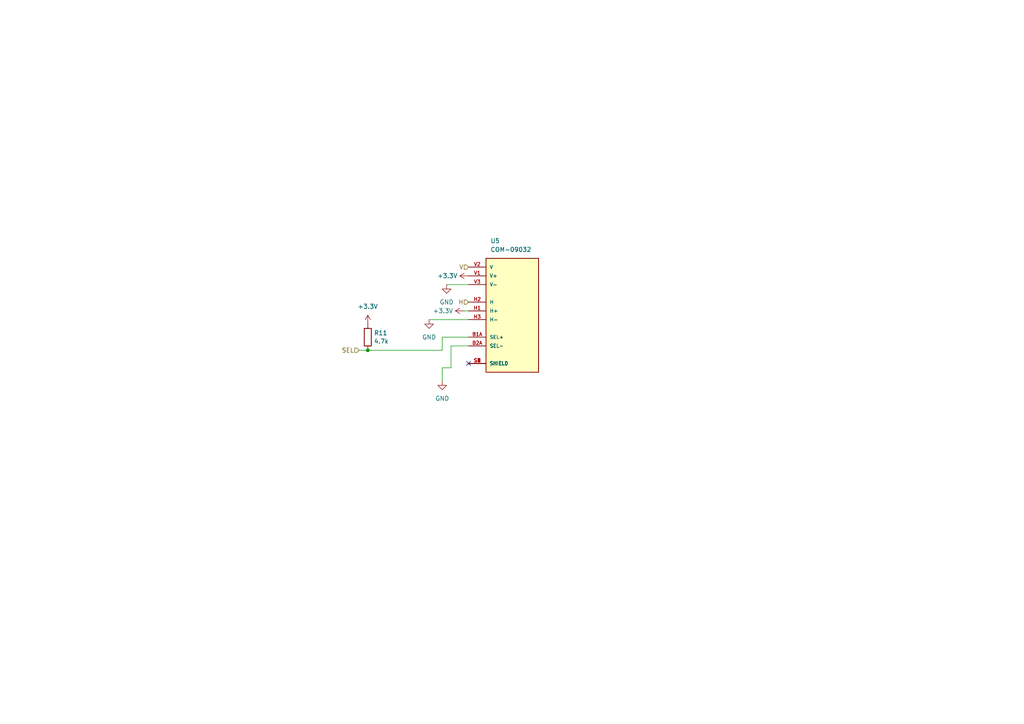
<source format=kicad_sch>
(kicad_sch (version 20231120) (generator "eeschema") (generator_version "8.0")
  (paper "A4")
  (lib_symbols
    (symbol "+3.3V_3" (power) (pin_names (offset 0))
      (property "Value" "+3.3V_3" (at 0 3.556 0))
      (symbol "+3.3V_3_0_1"
        (polyline (pts (xy -0.762 1.27) (xy 0 2.54)))
        (polyline (pts (xy 0 0) (xy 0 2.54)))
        (polyline (pts (xy 0 2.54) (xy 0.762 1.27)))
      )
      (symbol "+3.3V_3_1_1"
        (pin power_in line (at 0 0 90) (length 0) hide (name "+3.3V") (number "1"))
      )
    )
    (symbol "Device:R" (pin_numbers hide) (pin_names (offset 0))
      (property "Reference" "R" (at 2.032 0 90))
      (property "Value" "R" (at 0 0 90))
      (symbol "R_0_1"
        (rectangle (start -1.016 -2.54) (end 1.016 2.54) (stroke (width 0.254)))
      )
      (symbol "R_1_1"
        (pin passive line (at 0 3.81 270) (length 1.27) (name "~") (number "1"))
        (pin passive line (at 0 -3.81 90) (length 1.27) (name "~") (number "2"))
      )
    )
    (symbol "POT-COM-09032:COM-09032" (pin_names (offset 1.016))
      (property "Reference" "U" (at -7.62 16.002 0))
      (property "Value" "COM-09032" (at -7.62 -20.32 0))
      (symbol "COM-09032_0_0"
        (rectangle (start -7.62 -17.78) (end 7.62 15.24) (stroke (width 0.254)) (fill (type background)))
        (pin passive line (at -12.7 -7.62 0) (length 5.08) (name "SEL+") (number "B1A"))
        (pin passive line (at -12.7 -10.16 0) (length 5.08) (name "SEL-") (number "B2A"))
        (pin passive line (at -12.7 0 0) (length 5.08) (name "H+") (number "H1"))
        (pin passive line (at -12.7 2.54 0) (length 5.08) (name "H") (number "H2"))
        (pin passive line (at -12.7 -2.54 0) (length 5.08) (name "H-") (number "H3"))
        (pin passive line (at -12.7 -15.24 0) (length 5.08) (name "SHIELD") (number "S1"))
        (pin passive line (at -12.7 -15.24 0) (length 5.08) (name "SHIELD") (number "S2"))
        (pin passive line (at -12.7 -15.24 0) (length 5.08) (name "SHIELD") (number "S3"))
        (pin passive line (at -12.7 -15.24 0) (length 5.08) (name "SHIELD") (number "S4"))
        (pin passive line (at -12.7 10.16 0) (length 5.08) (name "V+") (number "V1"))
        (pin passive line (at -12.7 12.7 0) (length 5.08) (name "V") (number "V2"))
        (pin passive line (at -12.7 7.62 0) (length 5.08) (name "V-") (number "V3"))
      )
    )
    (symbol "power:GND" (power) (pin_names (offset 0))
      (property "Value" "GND" (at 0 -3.81 0))
      (symbol "GND_0_1"
        (polyline (pts (xy 0 0) (xy 0 -1.27) (xy 1.27 -1.27) (xy 0 -2.54) (xy -1.27 -1.27) (xy 0 -1.27)))
      )
      (symbol "GND_1_1"
        (pin power_in line (at 0 0 270) (length 0) hide (name "GND") (number "1"))
      )
    )
  )
  (junction (at 106.68 101.6))
  (no_connect (at 135.89 105.41))
  (wire (pts (xy 130.81 100.33) (xy 135.89 100.33)))
  (wire (pts (xy 106.68 101.6) (xy 128.27 101.6)))
  (wire (pts (xy 104.14 101.6) (xy 106.68 101.6)))
  (wire (pts (xy 124.46 92.71) (xy 135.89 92.71)))
  (wire (pts (xy 128.27 110.49) (xy 128.27 106.68)))
  (wire (pts (xy 130.81 106.68) (xy 130.81 100.33)))
  (wire (pts (xy 134.62 90.17) (xy 135.89 90.17)))
  (wire (pts (xy 128.27 101.6) (xy 128.27 97.79)))
  (wire (pts (xy 128.27 106.68) (xy 130.81 106.68)))
  (wire (pts (xy 129.54 82.55) (xy 135.89 82.55)))
  (wire (pts (xy 128.27 97.79) (xy 135.89 97.79)))
  (hierarchical_label "V" (shape input) (at 135.89 77.47 180))
  (hierarchical_label "H" (shape input) (at 135.89 87.63 180))
  (hierarchical_label "SEL" (shape input) (at 104.14 101.6 180))
  (symbol (lib_id "POT-COM-09032:COM-09032") (at 148.59 90.17 0) (unit 1)
    (property "Reference" "U5" (at 142.24 69.85 0) (effects (justify left)))
    (property "Value" "COM-09032" (at 142.24 72.39 0) (effects (justify left)))
    (property "Footprint" "GL_Diverse:POT-COM-09032" (effects (hide yes)))
    (property "Description" "Joystick, 2 - Axis Analog (Resistive) Output" (effects (hide yes)))
    (property "MF" "SparkFun Electronics" (effects (hide yes)))
    (property "MAXIMUM_PACKAGE_HEIGHT" "30.1mm" (effects (hide yes)))
    (property "Package" "Package" (effects (hide yes)))
    (property "Price" "None" (effects (hide yes)))
    (property "Check_prices" "https://www.snapeda.com/parts/COM-09032/SparkFun+Electronics/view-part/?ref=eda" (effects (hide yes)))
    (property "STANDARD" "Manufacturer Recommendations" (effects (hide yes)))
    (property "PARTREV" "N/A" (effects (hide yes)))
    (property "SnapEDA_Link" "https://www.snapeda.com/parts/COM-09032/SparkFun+Electronics/view-part/?ref=snap" (effects (hide yes)))
    (property "MP" "COM-09032" (effects (hide yes)))
    (property "Purchase-URL" "https://www.snapeda.com/api/url_track_click_mouser/?unipart_id=888157&manufacturer=SparkFun Electronics&part_name=COM-09032&search_term=None" (effects (hide yes)))
    (property "Availability" "In Stock" (effects (hide yes)))
    (property "MANUFACTURER" "SparkFun Electronics" (effects (hide yes)))
    (property "LINK" "https://www.digikey.com/en/products/detail/sparkfun-electronics/COM-09032/6823623" (effects (hide yes)))
    (instances (project "CONTROL WIFI ESP32 S3 V4.0" (path "" (reference "U5") (unit 1)) (path "" (reference "U6") (unit 1))))
  )
  (symbol (lib_id "power:GND") (at 129.54 82.55 0) (unit 1)
    (property "Reference" "#PWR030" (effects (hide yes)))
    (property "Value" "GND" (at 129.54 87.63 0))
    (instances (project "CONTROL WIFI ESP32 S3 V4.0" (path "" (reference "#PWR030") (unit 1)) (path "" (reference "#PWR036") (unit 1))))
  )
  (symbol (lib_id "Device:R") (at 106.68 97.79 180) (unit 1)
    (property "Reference" "R11" (at 108.458 96.5778 0) (effects (justify right)))
    (property "Value" "4.7k" (at 108.458 99.0021 0) (effects (justify right)))
    (property "Footprint" "Resistor_SMD:R_0603_1608Metric" (effects (hide yes)))
    (property "LINK" "https://www.digikey.com/en/products/detail/vishay-dale/CRCW08054K70FKEAC/7928553" (effects (hide yes)))
    (instances (project "CONTROL WIFI ESP32 S3 V4.0" (path "" (reference "R11") (unit 1)) (path "" (reference "R12") (unit 1))))
  )
  (symbol (lib_id "power:GND") (at 128.27 110.49 0) (unit 1)
    (property "Reference" "#PWR029" (effects (hide yes)))
    (property "Value" "GND" (at 128.27 115.57 0))
    (instances (project "CONTROL WIFI ESP32 S3 V4.0" (path "" (reference "#PWR029") (unit 1)) (path "" (reference "#PWR035") (unit 1))))
  )
  (symbol (lib_name "+3.3V_3") (lib_id "power:+3.3V") (at 134.62 90.17 90) (unit 1)
    (property "Reference" "#PWR031" (effects (hide yes)))
    (property "Value" "+3.3V" (at 131.445 90.17 90) (effects (justify left)))
    (instances (project "CONTROL WIFI ESP32 S3 V4.0" (path "" (reference "#PWR031") (unit 1)) (path "" (reference "#PWR037") (unit 1))))
  )
  (symbol (lib_name "+3.3V_3") (lib_id "power:+3.3V") (at 135.89 80.01 90) (unit 1)
    (property "Reference" "#PWR032" (effects (hide yes)))
    (property "Value" "+3.3V" (at 132.715 80.01 90) (effects (justify left)))
    (instances (project "CONTROL WIFI ESP32 S3 V4.0" (path "" (reference "#PWR032") (unit 1)) (path "" (reference "#PWR038") (unit 1))))
  )
  (symbol (lib_id "power:GND") (at 124.46 92.71 0) (unit 1)
    (property "Reference" "#PWR028" (effects (hide yes)))
    (property "Value" "GND" (at 124.46 97.79 0))
    (instances (project "CONTROL WIFI ESP32 S3 V4.0" (path "" (reference "#PWR028") (unit 1)) (path "" (reference "#PWR034") (unit 1))))
  )
  (symbol (lib_name "+3.3V_3") (lib_id "power:+3.3V") (at 106.68 93.98 0) (unit 1)
    (property "Reference" "#PWR027" (effects (hide yes)))
    (property "Value" "+3.3V" (at 106.68 88.9 0))
    (instances (project "CONTROL WIFI ESP32 S3 V4.0" (path "" (reference "#PWR027") (unit 1)) (path "" (reference "#PWR033") (unit 1))))
  )
)
</source>
